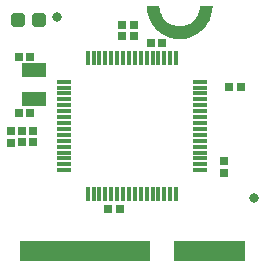
<source format=gts>
G04 EAGLE Gerber RS-274X export*
G75*
%MOMM*%
%FSLAX34Y34*%
%LPD*%
%INSoldermask Top*%
%IPPOS*%
%AMOC8*
5,1,8,0,0,1.08239X$1,22.5*%
G01*
%ADD10R,2.003200X1.203200*%
%ADD11R,0.803200X0.803200*%
%ADD12C,0.838200*%
%ADD13C,0.505344*%
%ADD14R,0.553200X1.653200*%
%ADD15C,0.555600*%
%ADD16R,1.203200X0.423200*%
%ADD17R,0.423200X1.203200*%

G36*
X154421Y192531D02*
X154421Y192531D01*
X154431Y192535D01*
X154457Y192536D01*
X158291Y193370D01*
X158299Y193375D01*
X158325Y193380D01*
X162001Y194752D01*
X162009Y194757D01*
X162033Y194766D01*
X165477Y196647D01*
X165484Y196654D01*
X165507Y196666D01*
X168648Y199017D01*
X168654Y199025D01*
X168675Y199041D01*
X171449Y201815D01*
X171454Y201824D01*
X171473Y201842D01*
X173824Y204983D01*
X173827Y204992D01*
X173843Y205013D01*
X175724Y208457D01*
X175726Y208466D01*
X175738Y208489D01*
X177110Y212165D01*
X177110Y212175D01*
X177120Y212199D01*
X177954Y216033D01*
X177953Y216043D01*
X177959Y216069D01*
X178239Y219982D01*
X178233Y220008D01*
X178237Y220033D01*
X178219Y220075D01*
X178209Y220119D01*
X178191Y220137D01*
X178180Y220161D01*
X178142Y220186D01*
X178111Y220218D01*
X178085Y220224D01*
X178064Y220238D01*
X177990Y220249D01*
X167990Y220249D01*
X167983Y220247D01*
X167976Y220249D01*
X167917Y220228D01*
X167856Y220210D01*
X167851Y220205D01*
X167844Y220202D01*
X167806Y220152D01*
X167764Y220105D01*
X167763Y220098D01*
X167758Y220092D01*
X167742Y220020D01*
X167528Y217302D01*
X166896Y214669D01*
X165860Y212169D01*
X164446Y209861D01*
X162688Y207802D01*
X160629Y206044D01*
X158321Y204630D01*
X155821Y203594D01*
X153188Y202962D01*
X150490Y202750D01*
X147792Y202962D01*
X145159Y203594D01*
X142659Y204630D01*
X140351Y206044D01*
X138292Y207802D01*
X136534Y209861D01*
X135120Y212169D01*
X134084Y214669D01*
X133452Y217302D01*
X133238Y220020D01*
X133236Y220026D01*
X133237Y220033D01*
X133211Y220091D01*
X133189Y220150D01*
X133183Y220155D01*
X133180Y220161D01*
X133127Y220196D01*
X133077Y220234D01*
X133070Y220234D01*
X133064Y220238D01*
X132990Y220249D01*
X122990Y220249D01*
X122965Y220242D01*
X122939Y220244D01*
X122899Y220223D01*
X122856Y220210D01*
X122839Y220190D01*
X122816Y220178D01*
X122794Y220139D01*
X122764Y220105D01*
X122760Y220079D01*
X122747Y220056D01*
X122741Y219982D01*
X123021Y216069D01*
X123025Y216059D01*
X123026Y216033D01*
X123860Y212199D01*
X123865Y212191D01*
X123870Y212165D01*
X125242Y208489D01*
X125247Y208481D01*
X125256Y208457D01*
X127137Y205013D01*
X127144Y205006D01*
X127156Y204983D01*
X129507Y201842D01*
X129515Y201836D01*
X129531Y201815D01*
X132305Y199041D01*
X132314Y199036D01*
X132332Y199017D01*
X135473Y196666D01*
X135482Y196663D01*
X135503Y196647D01*
X138947Y194766D01*
X138956Y194764D01*
X138979Y194752D01*
X142655Y193380D01*
X142665Y193380D01*
X142689Y193370D01*
X146523Y192536D01*
X146533Y192537D01*
X146559Y192531D01*
X150472Y192251D01*
X150482Y192253D01*
X150508Y192251D01*
X154421Y192531D01*
G37*
D10*
X26670Y166170D03*
X26670Y141170D03*
D11*
X24050Y177070D03*
X14050Y177070D03*
X24050Y129770D03*
X14050Y129770D03*
D12*
X46482Y210820D03*
X213106Y57150D03*
D13*
X17072Y204790D02*
X17072Y211770D01*
X17072Y204790D02*
X10092Y204790D01*
X10092Y211770D01*
X17072Y211770D01*
X17072Y209590D02*
X10092Y209590D01*
X34612Y211770D02*
X34612Y204790D01*
X27632Y204790D01*
X27632Y211770D01*
X34612Y211770D01*
X34612Y209590D02*
X27632Y209590D01*
D14*
X202990Y12750D03*
X197990Y12750D03*
X192990Y12750D03*
X187990Y12750D03*
X182990Y12750D03*
X177990Y12750D03*
X172990Y12750D03*
X167990Y12750D03*
X162990Y12750D03*
X157990Y12750D03*
X152990Y12750D03*
X147990Y12750D03*
X122990Y12750D03*
X117990Y12750D03*
X112990Y12750D03*
X107990Y12750D03*
X102990Y12750D03*
X97990Y12750D03*
X92990Y12750D03*
X87990Y12750D03*
X82990Y12750D03*
X77990Y12750D03*
X72990Y12750D03*
X67990Y12750D03*
X62990Y12750D03*
X57990Y12750D03*
X52990Y12750D03*
X47990Y12750D03*
X42990Y12750D03*
X37990Y12750D03*
X32990Y12750D03*
X27990Y12750D03*
X22990Y12750D03*
X17990Y12750D03*
D15*
X129490Y210000D03*
X171490Y210000D03*
X150490Y197000D03*
D11*
X90060Y48260D03*
X100060Y48260D03*
X26580Y114500D03*
X26580Y104500D03*
X192358Y151638D03*
X202358Y151638D03*
X111640Y194302D03*
X101640Y194302D03*
X187960Y88820D03*
X187960Y78820D03*
X7668Y104394D03*
X7668Y114394D03*
X17068Y114500D03*
X17068Y104500D03*
X111648Y203836D03*
X101648Y203836D03*
X135810Y188968D03*
X125810Y188968D03*
D16*
X52500Y121000D03*
X52500Y116000D03*
X52500Y131000D03*
X52500Y141000D03*
X52500Y151000D03*
X52500Y126000D03*
X52500Y136000D03*
X52500Y146000D03*
X52500Y156000D03*
X52500Y106000D03*
X52500Y96000D03*
X52500Y86000D03*
X52500Y81000D03*
X52500Y91000D03*
X52500Y101000D03*
X52500Y111000D03*
D17*
X107500Y61000D03*
X112500Y61000D03*
X97500Y61000D03*
X87500Y61000D03*
X77500Y61000D03*
X102500Y61000D03*
X92500Y61000D03*
X82500Y61000D03*
X72500Y61000D03*
X122500Y61000D03*
X132500Y61000D03*
X142500Y61000D03*
X147500Y61000D03*
X137500Y61000D03*
X127500Y61000D03*
X117500Y61000D03*
D16*
X167500Y116000D03*
X167500Y121000D03*
X167500Y106000D03*
X167500Y96000D03*
X167500Y86000D03*
X167500Y111000D03*
X167500Y101000D03*
X167500Y91000D03*
X167500Y81000D03*
X167500Y131000D03*
X167500Y141000D03*
X167500Y151000D03*
X167500Y156000D03*
X167500Y146000D03*
X167500Y136000D03*
X167500Y126000D03*
D17*
X112500Y176000D03*
X107500Y176000D03*
X122500Y176000D03*
X132500Y176000D03*
X142500Y176000D03*
X117500Y176000D03*
X127500Y176000D03*
X137500Y176000D03*
X147500Y176000D03*
X97500Y176000D03*
X87500Y176000D03*
X77500Y176000D03*
X72500Y176000D03*
X82500Y176000D03*
X92500Y176000D03*
X102500Y176000D03*
M02*

</source>
